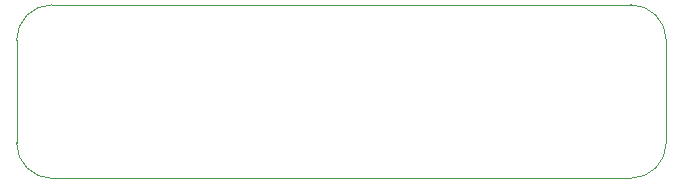
<source format=gm1>
G04 #@! TF.GenerationSoftware,KiCad,Pcbnew,(6.0.0)*
G04 #@! TF.CreationDate,2022-12-24T23:31:18+01:00*
G04 #@! TF.ProjectId,MinCab,4d696e43-6162-42e6-9b69-6361645f7063,rev?*
G04 #@! TF.SameCoordinates,Original*
G04 #@! TF.FileFunction,Profile,NP*
%FSLAX46Y46*%
G04 Gerber Fmt 4.6, Leading zero omitted, Abs format (unit mm)*
G04 Created by KiCad (PCBNEW (6.0.0)) date 2022-12-24 23:31:18*
%MOMM*%
%LPD*%
G01*
G04 APERTURE LIST*
G04 #@! TA.AperFunction,Profile*
%ADD10C,0.050000*%
G04 #@! TD*
G04 APERTURE END LIST*
D10*
X117300000Y-91200000D02*
G75*
G03*
X120300000Y-94200000I3000001J1D01*
G01*
X172300000Y-82500000D02*
X172300000Y-91200000D01*
X169300000Y-94200000D02*
X120300000Y-94200000D01*
X172300000Y-82500000D02*
G75*
G03*
X169300000Y-79500000I-3000001J-1D01*
G01*
X169300000Y-94200000D02*
G75*
G03*
X172300000Y-91200000I-1J3000001D01*
G01*
X120300000Y-79500000D02*
X169300000Y-79500000D01*
X120300000Y-79500000D02*
G75*
G03*
X117300000Y-82500000I1J-3000001D01*
G01*
X117300000Y-82500000D02*
X117300000Y-91200000D01*
M02*

</source>
